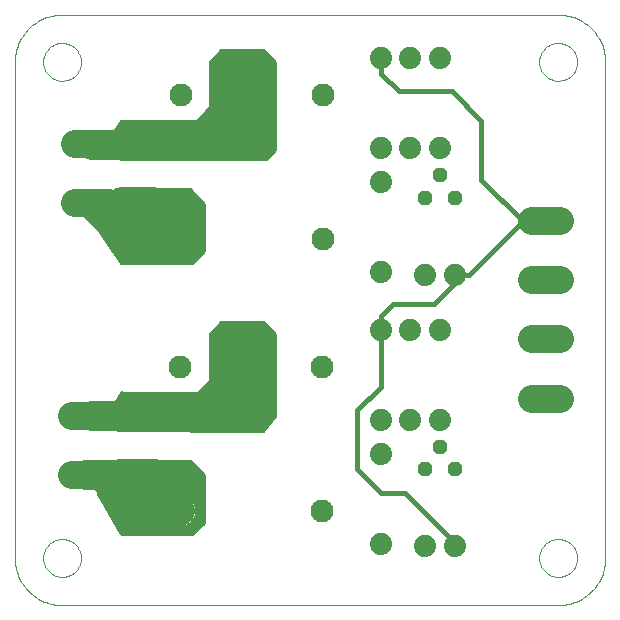
<source format=gbl>
G75*
G70*
%OFA0B0*%
%FSLAX24Y24*%
%IPPOS*%
%LPD*%
%AMOC8*
5,1,8,0,0,1.08239X$1,22.5*
%
%ADD10C,0.0740*%
%ADD11C,0.0937*%
%ADD12OC8,0.0480*%
%ADD13C,0.0768*%
%ADD14C,0.0000*%
%ADD15C,0.0860*%
%ADD16C,0.1500*%
%ADD17C,0.0100*%
%ADD18C,0.1000*%
%ADD19C,0.0160*%
%ADD20C,0.1181*%
D10*
X017817Y005459D03*
X019285Y005384D03*
X020285Y005384D03*
X017817Y008459D03*
X017817Y009593D03*
X018801Y009593D03*
X019785Y009593D03*
X019785Y012593D03*
X018801Y012593D03*
X017817Y012593D03*
X017817Y014514D03*
X019285Y014439D03*
X020285Y014439D03*
X017817Y017514D03*
X017817Y018648D03*
X018801Y018648D03*
X019785Y018648D03*
X019785Y021648D03*
X018801Y021648D03*
X017817Y021648D03*
D11*
X022840Y016211D02*
X023777Y016211D01*
X023777Y014242D02*
X022840Y014242D01*
X022840Y012274D02*
X023777Y012274D01*
X023777Y010305D02*
X022840Y010305D01*
X008561Y016809D02*
X007624Y016809D01*
X007624Y018778D02*
X008561Y018778D01*
X008462Y009715D02*
X007525Y009715D01*
X007525Y007746D02*
X008462Y007746D01*
D12*
X019285Y007943D03*
X019785Y008693D03*
X020285Y007943D03*
X020285Y016998D03*
X019785Y017748D03*
X019285Y016998D03*
D13*
X015887Y015616D03*
X013486Y012156D03*
X015848Y011368D03*
X011163Y015616D03*
X011124Y011368D03*
X011124Y006565D03*
X015848Y006565D03*
X015887Y020420D03*
X013525Y021207D03*
X011163Y020420D03*
D14*
X005612Y021526D02*
X005612Y004990D01*
X006557Y004990D02*
X006559Y005040D01*
X006565Y005090D01*
X006575Y005139D01*
X006589Y005187D01*
X006606Y005234D01*
X006627Y005279D01*
X006652Y005323D01*
X006680Y005364D01*
X006712Y005403D01*
X006746Y005440D01*
X006783Y005474D01*
X006823Y005504D01*
X006865Y005531D01*
X006909Y005555D01*
X006955Y005576D01*
X007002Y005592D01*
X007050Y005605D01*
X007100Y005614D01*
X007149Y005619D01*
X007200Y005620D01*
X007250Y005617D01*
X007299Y005610D01*
X007348Y005599D01*
X007396Y005584D01*
X007442Y005566D01*
X007487Y005544D01*
X007530Y005518D01*
X007571Y005489D01*
X007610Y005457D01*
X007646Y005422D01*
X007678Y005384D01*
X007708Y005344D01*
X007735Y005301D01*
X007758Y005257D01*
X007777Y005211D01*
X007793Y005163D01*
X007805Y005114D01*
X007813Y005065D01*
X007817Y005015D01*
X007817Y004965D01*
X007813Y004915D01*
X007805Y004866D01*
X007793Y004817D01*
X007777Y004769D01*
X007758Y004723D01*
X007735Y004679D01*
X007708Y004636D01*
X007678Y004596D01*
X007646Y004558D01*
X007610Y004523D01*
X007571Y004491D01*
X007530Y004462D01*
X007487Y004436D01*
X007442Y004414D01*
X007396Y004396D01*
X007348Y004381D01*
X007299Y004370D01*
X007250Y004363D01*
X007200Y004360D01*
X007149Y004361D01*
X007100Y004366D01*
X007050Y004375D01*
X007002Y004388D01*
X006955Y004404D01*
X006909Y004425D01*
X006865Y004449D01*
X006823Y004476D01*
X006783Y004506D01*
X006746Y004540D01*
X006712Y004577D01*
X006680Y004616D01*
X006652Y004657D01*
X006627Y004701D01*
X006606Y004746D01*
X006589Y004793D01*
X006575Y004841D01*
X006565Y004890D01*
X006559Y004940D01*
X006557Y004990D01*
X005612Y004990D02*
X005614Y004913D01*
X005620Y004836D01*
X005629Y004759D01*
X005642Y004683D01*
X005659Y004607D01*
X005680Y004533D01*
X005704Y004459D01*
X005732Y004387D01*
X005763Y004317D01*
X005798Y004248D01*
X005836Y004180D01*
X005877Y004115D01*
X005922Y004052D01*
X005970Y003991D01*
X006020Y003932D01*
X006073Y003876D01*
X006129Y003823D01*
X006188Y003773D01*
X006249Y003725D01*
X006312Y003680D01*
X006377Y003639D01*
X006445Y003601D01*
X006514Y003566D01*
X006584Y003535D01*
X006656Y003507D01*
X006730Y003483D01*
X006804Y003462D01*
X006880Y003445D01*
X006956Y003432D01*
X007033Y003423D01*
X007110Y003417D01*
X007187Y003415D01*
X007187Y003416D02*
X023722Y003416D01*
X023092Y004990D02*
X023094Y005040D01*
X023100Y005090D01*
X023110Y005139D01*
X023124Y005187D01*
X023141Y005234D01*
X023162Y005279D01*
X023187Y005323D01*
X023215Y005364D01*
X023247Y005403D01*
X023281Y005440D01*
X023318Y005474D01*
X023358Y005504D01*
X023400Y005531D01*
X023444Y005555D01*
X023490Y005576D01*
X023537Y005592D01*
X023585Y005605D01*
X023635Y005614D01*
X023684Y005619D01*
X023735Y005620D01*
X023785Y005617D01*
X023834Y005610D01*
X023883Y005599D01*
X023931Y005584D01*
X023977Y005566D01*
X024022Y005544D01*
X024065Y005518D01*
X024106Y005489D01*
X024145Y005457D01*
X024181Y005422D01*
X024213Y005384D01*
X024243Y005344D01*
X024270Y005301D01*
X024293Y005257D01*
X024312Y005211D01*
X024328Y005163D01*
X024340Y005114D01*
X024348Y005065D01*
X024352Y005015D01*
X024352Y004965D01*
X024348Y004915D01*
X024340Y004866D01*
X024328Y004817D01*
X024312Y004769D01*
X024293Y004723D01*
X024270Y004679D01*
X024243Y004636D01*
X024213Y004596D01*
X024181Y004558D01*
X024145Y004523D01*
X024106Y004491D01*
X024065Y004462D01*
X024022Y004436D01*
X023977Y004414D01*
X023931Y004396D01*
X023883Y004381D01*
X023834Y004370D01*
X023785Y004363D01*
X023735Y004360D01*
X023684Y004361D01*
X023635Y004366D01*
X023585Y004375D01*
X023537Y004388D01*
X023490Y004404D01*
X023444Y004425D01*
X023400Y004449D01*
X023358Y004476D01*
X023318Y004506D01*
X023281Y004540D01*
X023247Y004577D01*
X023215Y004616D01*
X023187Y004657D01*
X023162Y004701D01*
X023141Y004746D01*
X023124Y004793D01*
X023110Y004841D01*
X023100Y004890D01*
X023094Y004940D01*
X023092Y004990D01*
X023722Y003415D02*
X023799Y003417D01*
X023876Y003423D01*
X023953Y003432D01*
X024029Y003445D01*
X024105Y003462D01*
X024179Y003483D01*
X024253Y003507D01*
X024325Y003535D01*
X024395Y003566D01*
X024464Y003601D01*
X024532Y003639D01*
X024597Y003680D01*
X024660Y003725D01*
X024721Y003773D01*
X024780Y003823D01*
X024836Y003876D01*
X024889Y003932D01*
X024939Y003991D01*
X024987Y004052D01*
X025032Y004115D01*
X025073Y004180D01*
X025111Y004248D01*
X025146Y004317D01*
X025177Y004387D01*
X025205Y004459D01*
X025229Y004533D01*
X025250Y004607D01*
X025267Y004683D01*
X025280Y004759D01*
X025289Y004836D01*
X025295Y004913D01*
X025297Y004990D01*
X025297Y021526D01*
X023092Y021526D02*
X023094Y021576D01*
X023100Y021626D01*
X023110Y021675D01*
X023124Y021723D01*
X023141Y021770D01*
X023162Y021815D01*
X023187Y021859D01*
X023215Y021900D01*
X023247Y021939D01*
X023281Y021976D01*
X023318Y022010D01*
X023358Y022040D01*
X023400Y022067D01*
X023444Y022091D01*
X023490Y022112D01*
X023537Y022128D01*
X023585Y022141D01*
X023635Y022150D01*
X023684Y022155D01*
X023735Y022156D01*
X023785Y022153D01*
X023834Y022146D01*
X023883Y022135D01*
X023931Y022120D01*
X023977Y022102D01*
X024022Y022080D01*
X024065Y022054D01*
X024106Y022025D01*
X024145Y021993D01*
X024181Y021958D01*
X024213Y021920D01*
X024243Y021880D01*
X024270Y021837D01*
X024293Y021793D01*
X024312Y021747D01*
X024328Y021699D01*
X024340Y021650D01*
X024348Y021601D01*
X024352Y021551D01*
X024352Y021501D01*
X024348Y021451D01*
X024340Y021402D01*
X024328Y021353D01*
X024312Y021305D01*
X024293Y021259D01*
X024270Y021215D01*
X024243Y021172D01*
X024213Y021132D01*
X024181Y021094D01*
X024145Y021059D01*
X024106Y021027D01*
X024065Y020998D01*
X024022Y020972D01*
X023977Y020950D01*
X023931Y020932D01*
X023883Y020917D01*
X023834Y020906D01*
X023785Y020899D01*
X023735Y020896D01*
X023684Y020897D01*
X023635Y020902D01*
X023585Y020911D01*
X023537Y020924D01*
X023490Y020940D01*
X023444Y020961D01*
X023400Y020985D01*
X023358Y021012D01*
X023318Y021042D01*
X023281Y021076D01*
X023247Y021113D01*
X023215Y021152D01*
X023187Y021193D01*
X023162Y021237D01*
X023141Y021282D01*
X023124Y021329D01*
X023110Y021377D01*
X023100Y021426D01*
X023094Y021476D01*
X023092Y021526D01*
X023722Y023101D02*
X023799Y023099D01*
X023876Y023093D01*
X023953Y023084D01*
X024029Y023071D01*
X024105Y023054D01*
X024179Y023033D01*
X024253Y023009D01*
X024325Y022981D01*
X024395Y022950D01*
X024464Y022915D01*
X024532Y022877D01*
X024597Y022836D01*
X024660Y022791D01*
X024721Y022743D01*
X024780Y022693D01*
X024836Y022640D01*
X024889Y022584D01*
X024939Y022525D01*
X024987Y022464D01*
X025032Y022401D01*
X025073Y022336D01*
X025111Y022268D01*
X025146Y022199D01*
X025177Y022129D01*
X025205Y022057D01*
X025229Y021983D01*
X025250Y021909D01*
X025267Y021833D01*
X025280Y021757D01*
X025289Y021680D01*
X025295Y021603D01*
X025297Y021526D01*
X023722Y023101D02*
X007187Y023101D01*
X006557Y021526D02*
X006559Y021576D01*
X006565Y021626D01*
X006575Y021675D01*
X006589Y021723D01*
X006606Y021770D01*
X006627Y021815D01*
X006652Y021859D01*
X006680Y021900D01*
X006712Y021939D01*
X006746Y021976D01*
X006783Y022010D01*
X006823Y022040D01*
X006865Y022067D01*
X006909Y022091D01*
X006955Y022112D01*
X007002Y022128D01*
X007050Y022141D01*
X007100Y022150D01*
X007149Y022155D01*
X007200Y022156D01*
X007250Y022153D01*
X007299Y022146D01*
X007348Y022135D01*
X007396Y022120D01*
X007442Y022102D01*
X007487Y022080D01*
X007530Y022054D01*
X007571Y022025D01*
X007610Y021993D01*
X007646Y021958D01*
X007678Y021920D01*
X007708Y021880D01*
X007735Y021837D01*
X007758Y021793D01*
X007777Y021747D01*
X007793Y021699D01*
X007805Y021650D01*
X007813Y021601D01*
X007817Y021551D01*
X007817Y021501D01*
X007813Y021451D01*
X007805Y021402D01*
X007793Y021353D01*
X007777Y021305D01*
X007758Y021259D01*
X007735Y021215D01*
X007708Y021172D01*
X007678Y021132D01*
X007646Y021094D01*
X007610Y021059D01*
X007571Y021027D01*
X007530Y020998D01*
X007487Y020972D01*
X007442Y020950D01*
X007396Y020932D01*
X007348Y020917D01*
X007299Y020906D01*
X007250Y020899D01*
X007200Y020896D01*
X007149Y020897D01*
X007100Y020902D01*
X007050Y020911D01*
X007002Y020924D01*
X006955Y020940D01*
X006909Y020961D01*
X006865Y020985D01*
X006823Y021012D01*
X006783Y021042D01*
X006746Y021076D01*
X006712Y021113D01*
X006680Y021152D01*
X006652Y021193D01*
X006627Y021237D01*
X006606Y021282D01*
X006589Y021329D01*
X006575Y021377D01*
X006565Y021426D01*
X006559Y021476D01*
X006557Y021526D01*
X005612Y021526D02*
X005614Y021603D01*
X005620Y021680D01*
X005629Y021757D01*
X005642Y021833D01*
X005659Y021909D01*
X005680Y021983D01*
X005704Y022057D01*
X005732Y022129D01*
X005763Y022199D01*
X005798Y022268D01*
X005836Y022336D01*
X005877Y022401D01*
X005922Y022464D01*
X005970Y022525D01*
X006020Y022584D01*
X006073Y022640D01*
X006129Y022693D01*
X006188Y022743D01*
X006249Y022791D01*
X006312Y022836D01*
X006377Y022877D01*
X006445Y022915D01*
X006514Y022950D01*
X006584Y022981D01*
X006656Y023009D01*
X006730Y023033D01*
X006804Y023054D01*
X006880Y023071D01*
X006956Y023084D01*
X007033Y023093D01*
X007110Y023099D01*
X007187Y023101D01*
D15*
X013483Y021146D02*
X013517Y020949D01*
X010102Y016833D02*
X011155Y015652D01*
D16*
X013506Y020683D02*
X013506Y021183D01*
X013309Y021077D02*
X013309Y020986D01*
D17*
X013475Y020949D02*
X013575Y020949D01*
X013575Y021047D02*
X013475Y021047D01*
X013475Y021146D02*
X013575Y021146D01*
X013575Y021157D02*
X013575Y020674D01*
X013650Y020686D01*
X013730Y020712D01*
X013805Y020750D01*
X013873Y020800D01*
X013932Y020859D01*
X013982Y020927D01*
X014020Y021002D01*
X014046Y021082D01*
X014058Y021157D01*
X013575Y021157D01*
X013475Y021157D01*
X012993Y021157D01*
X013004Y021082D01*
X013030Y021002D01*
X013069Y020927D01*
X013118Y020859D01*
X013177Y020800D01*
X013245Y020750D01*
X013320Y020712D01*
X013400Y020686D01*
X013475Y020674D01*
X013475Y021157D01*
X013475Y021257D01*
X012993Y021257D01*
X013004Y021332D01*
X013030Y021412D01*
X013069Y021487D01*
X013118Y021555D01*
X013177Y021614D01*
X013245Y021664D01*
X013320Y021702D01*
X013400Y021728D01*
X013475Y021740D01*
X013475Y021257D01*
X013575Y021257D01*
X013575Y021740D01*
X013650Y021728D01*
X013730Y021702D01*
X013805Y021664D01*
X013873Y021614D01*
X013932Y021555D01*
X013982Y021487D01*
X014020Y021412D01*
X014046Y021332D01*
X014058Y021257D01*
X013575Y021257D01*
X013575Y021157D01*
X013575Y021244D02*
X014273Y021244D01*
X014273Y021146D02*
X014056Y021146D01*
X014035Y021047D02*
X014273Y021047D01*
X014273Y020949D02*
X013993Y020949D01*
X013923Y020850D02*
X014273Y020850D01*
X014273Y020752D02*
X013807Y020752D01*
X013575Y020752D02*
X013475Y020752D01*
X013475Y020850D02*
X013575Y020850D01*
X013244Y020752D02*
X012108Y020752D01*
X012108Y020850D02*
X013127Y020850D01*
X013058Y020949D02*
X012108Y020949D01*
X012108Y021047D02*
X013016Y021047D01*
X012994Y021146D02*
X012108Y021146D01*
X012108Y021244D02*
X013475Y021244D01*
X013475Y021343D02*
X013575Y021343D01*
X013575Y021441D02*
X013475Y021441D01*
X013475Y021540D02*
X013575Y021540D01*
X013575Y021638D02*
X013475Y021638D01*
X013475Y021737D02*
X013575Y021737D01*
X013593Y021737D02*
X014062Y021737D01*
X013964Y021835D02*
X012417Y021835D01*
X012502Y021920D02*
X012108Y021526D01*
X012108Y019951D01*
X011714Y019557D01*
X009194Y019557D01*
X009185Y019561D01*
X009175Y019563D01*
X009165Y019561D01*
X009155Y019557D01*
X008964Y019249D01*
X009032Y019181D01*
X009090Y019102D01*
X009134Y019015D01*
X009164Y018923D01*
X009179Y018828D01*
X008704Y018828D01*
X008661Y018758D01*
X008685Y018728D01*
X009179Y018728D01*
X009164Y018633D01*
X009134Y018540D01*
X009090Y018454D01*
X009032Y018375D01*
X009009Y018351D01*
X009155Y018278D01*
X013978Y018278D01*
X014273Y018573D01*
X014273Y021526D01*
X013880Y021920D01*
X012502Y021920D01*
X012319Y021737D02*
X013457Y021737D01*
X013210Y021638D02*
X012220Y021638D01*
X012122Y021540D02*
X013107Y021540D01*
X013045Y021441D02*
X012108Y021441D01*
X012108Y021343D02*
X013008Y021343D01*
X013840Y021638D02*
X014161Y021638D01*
X014259Y021540D02*
X013943Y021540D01*
X014005Y021441D02*
X014273Y021441D01*
X014273Y021343D02*
X014042Y021343D01*
X014273Y020653D02*
X012108Y020653D01*
X012108Y020555D02*
X014273Y020555D01*
X014273Y020456D02*
X012108Y020456D01*
X012108Y020358D02*
X014273Y020358D01*
X014273Y020259D02*
X012108Y020259D01*
X012108Y020161D02*
X014273Y020161D01*
X014273Y020062D02*
X012108Y020062D01*
X012108Y019964D02*
X014273Y019964D01*
X014273Y019865D02*
X012022Y019865D01*
X011923Y019767D02*
X014273Y019767D01*
X014273Y019668D02*
X011825Y019668D01*
X011726Y019570D02*
X014273Y019570D01*
X014273Y019471D02*
X009102Y019471D01*
X009041Y019373D02*
X014273Y019373D01*
X014273Y019274D02*
X008980Y019274D01*
X009036Y019176D02*
X014273Y019176D01*
X014273Y019077D02*
X009102Y019077D01*
X009146Y018979D02*
X014273Y018979D01*
X014273Y018880D02*
X009171Y018880D01*
X009172Y018683D02*
X014273Y018683D01*
X014273Y018585D02*
X009148Y018585D01*
X009106Y018486D02*
X014186Y018486D01*
X014088Y018388D02*
X009042Y018388D01*
X009132Y018289D02*
X013989Y018289D01*
X014273Y018782D02*
X008676Y018782D01*
X008958Y017285D02*
X009175Y017313D01*
X011446Y017283D01*
X011911Y016801D01*
X011911Y015227D01*
X011517Y014833D01*
X009155Y014833D01*
X008209Y016191D01*
X008609Y016191D01*
X008705Y016206D01*
X008798Y016236D01*
X008885Y016280D01*
X008964Y016338D01*
X009032Y016406D01*
X009090Y016485D01*
X009134Y016572D01*
X009164Y016664D01*
X009179Y016759D01*
X008142Y016759D01*
X008142Y016859D01*
X009179Y016859D01*
X009164Y016954D01*
X009134Y017047D01*
X009090Y017133D01*
X009032Y017212D01*
X008964Y017281D01*
X008958Y017285D01*
X009037Y017206D02*
X011521Y017206D01*
X011616Y017107D02*
X009103Y017107D01*
X009146Y017009D02*
X011711Y017009D01*
X011806Y016910D02*
X009171Y016910D01*
X009172Y016713D02*
X011911Y016713D01*
X011911Y016615D02*
X009148Y016615D01*
X009105Y016516D02*
X011911Y016516D01*
X011911Y016418D02*
X009041Y016418D01*
X008938Y016319D02*
X011911Y016319D01*
X011911Y016221D02*
X008750Y016221D01*
X008326Y016024D02*
X010815Y016024D01*
X010756Y015964D01*
X010706Y015896D01*
X010668Y015821D01*
X010642Y015741D01*
X010630Y015666D01*
X011113Y015666D01*
X011113Y015566D01*
X011213Y015566D01*
X011213Y015084D01*
X011288Y015096D01*
X011368Y015122D01*
X011443Y015160D01*
X011511Y015209D01*
X011570Y015269D01*
X011620Y015337D01*
X011658Y015411D01*
X011684Y015491D01*
X011696Y015566D01*
X011213Y015566D01*
X011213Y015666D01*
X011696Y015666D01*
X011684Y015741D01*
X011658Y015821D01*
X011620Y015896D01*
X011570Y015964D01*
X011511Y016024D01*
X011911Y016024D01*
X011911Y016122D02*
X011334Y016122D01*
X011368Y016111D02*
X011288Y016137D01*
X011213Y016149D01*
X011213Y015666D01*
X011113Y015666D01*
X011113Y016149D01*
X011038Y016137D01*
X010958Y016111D01*
X010883Y016073D01*
X010815Y016024D01*
X010727Y015925D02*
X008394Y015925D01*
X008463Y015827D02*
X010671Y015827D01*
X010640Y015728D02*
X008532Y015728D01*
X008600Y015630D02*
X011113Y015630D01*
X011113Y015566D02*
X010630Y015566D01*
X010642Y015491D01*
X010668Y015411D01*
X010706Y015337D01*
X010756Y015269D01*
X010815Y015209D01*
X010883Y015160D01*
X010958Y015122D01*
X011038Y015096D01*
X011113Y015084D01*
X011113Y015566D01*
X011113Y015531D02*
X011213Y015531D01*
X011213Y015433D02*
X011113Y015433D01*
X011113Y015334D02*
X011213Y015334D01*
X011213Y015236D02*
X011113Y015236D01*
X011113Y015137D02*
X011213Y015137D01*
X011398Y015137D02*
X011822Y015137D01*
X011911Y015236D02*
X011537Y015236D01*
X011618Y015334D02*
X011911Y015334D01*
X011911Y015433D02*
X011665Y015433D01*
X011690Y015531D02*
X011911Y015531D01*
X011911Y015630D02*
X011213Y015630D01*
X011213Y015728D02*
X011113Y015728D01*
X011113Y015827D02*
X011213Y015827D01*
X011213Y015925D02*
X011113Y015925D01*
X011113Y016024D02*
X011213Y016024D01*
X011213Y016122D02*
X011113Y016122D01*
X010992Y016122D02*
X008257Y016122D01*
X008669Y015531D02*
X010636Y015531D01*
X010661Y015433D02*
X008737Y015433D01*
X008806Y015334D02*
X010708Y015334D01*
X010789Y015236D02*
X008875Y015236D01*
X008943Y015137D02*
X010928Y015137D01*
X011526Y014842D02*
X009149Y014842D01*
X009080Y014940D02*
X011625Y014940D01*
X011723Y015039D02*
X009012Y015039D01*
X008142Y016812D02*
X011901Y016812D01*
X011443Y016073D02*
X011368Y016111D01*
X011443Y016073D02*
X011511Y016024D01*
X011599Y015925D02*
X011911Y015925D01*
X011911Y015827D02*
X011655Y015827D01*
X011686Y015728D02*
X011911Y015728D01*
X009866Y017304D02*
X009104Y017304D01*
X012502Y012864D02*
X013880Y012864D01*
X014273Y012471D01*
X014273Y009715D01*
X013880Y009223D01*
X009059Y009253D01*
X008967Y009357D01*
X008991Y009391D01*
X009035Y009477D01*
X009065Y009570D01*
X009080Y009665D01*
X008695Y009665D01*
X008661Y009703D01*
X008700Y009765D01*
X009080Y009765D01*
X009065Y009860D01*
X009035Y009952D01*
X008991Y010039D01*
X008934Y010118D01*
X008924Y010128D01*
X009155Y010502D01*
X009168Y010507D01*
X009182Y010507D01*
X009194Y010502D01*
X011714Y010502D01*
X012108Y010896D01*
X012108Y012471D01*
X012502Y012864D01*
X012410Y012773D02*
X013971Y012773D01*
X014069Y012675D02*
X013617Y012675D01*
X013611Y012676D02*
X013536Y012688D01*
X013536Y012206D01*
X013436Y012206D01*
X013436Y012688D01*
X013361Y012676D01*
X013281Y012651D01*
X013206Y012612D01*
X013138Y012563D01*
X013079Y012504D01*
X013029Y012436D01*
X012991Y012361D01*
X012965Y012281D01*
X012953Y012206D01*
X013436Y012206D01*
X013436Y012106D01*
X012953Y012106D01*
X012965Y012031D01*
X012991Y011951D01*
X013029Y011876D01*
X013079Y011808D01*
X013138Y011749D01*
X013206Y011699D01*
X013281Y011661D01*
X013361Y011635D01*
X013436Y011623D01*
X013436Y012106D01*
X013536Y012106D01*
X013536Y012206D01*
X014018Y012206D01*
X014007Y012281D01*
X013981Y012361D01*
X013942Y012436D01*
X013893Y012504D01*
X013834Y012563D01*
X013766Y012612D01*
X013691Y012651D01*
X013611Y012676D01*
X013536Y012675D02*
X013436Y012675D01*
X013355Y012675D02*
X012312Y012675D01*
X012213Y012576D02*
X013156Y012576D01*
X013060Y012478D02*
X012115Y012478D01*
X012108Y012379D02*
X013000Y012379D01*
X012965Y012281D02*
X012108Y012281D01*
X012108Y012182D02*
X013436Y012182D01*
X013436Y012084D02*
X013536Y012084D01*
X013536Y012106D02*
X013536Y011623D01*
X013611Y011635D01*
X013691Y011661D01*
X013766Y011699D01*
X013834Y011749D01*
X013893Y011808D01*
X013942Y011876D01*
X013981Y011951D01*
X014007Y012031D01*
X014018Y012106D01*
X013536Y012106D01*
X013536Y012182D02*
X014273Y012182D01*
X014273Y012084D02*
X014015Y012084D01*
X013992Y011985D02*
X014273Y011985D01*
X014273Y011887D02*
X013948Y011887D01*
X013873Y011788D02*
X014273Y011788D01*
X014273Y011690D02*
X013747Y011690D01*
X013536Y011690D02*
X013436Y011690D01*
X013436Y011788D02*
X013536Y011788D01*
X013536Y011887D02*
X013436Y011887D01*
X013436Y011985D02*
X013536Y011985D01*
X013536Y012281D02*
X013436Y012281D01*
X013436Y012379D02*
X013536Y012379D01*
X013536Y012478D02*
X013436Y012478D01*
X013436Y012576D02*
X013536Y012576D01*
X013815Y012576D02*
X014168Y012576D01*
X014266Y012478D02*
X013912Y012478D01*
X013971Y012379D02*
X014273Y012379D01*
X014273Y012281D02*
X014007Y012281D01*
X014273Y011591D02*
X012108Y011591D01*
X012108Y011493D02*
X014273Y011493D01*
X014273Y011394D02*
X012108Y011394D01*
X012108Y011296D02*
X014273Y011296D01*
X014273Y011197D02*
X012108Y011197D01*
X012108Y011099D02*
X014273Y011099D01*
X014273Y011000D02*
X012108Y011000D01*
X012108Y010902D02*
X014273Y010902D01*
X014273Y010803D02*
X012015Y010803D01*
X011917Y010705D02*
X014273Y010705D01*
X014273Y010606D02*
X011818Y010606D01*
X011720Y010508D02*
X014273Y010508D01*
X014273Y010409D02*
X009098Y010409D01*
X009037Y010311D02*
X014273Y010311D01*
X014273Y010212D02*
X008976Y010212D01*
X008937Y010114D02*
X014273Y010114D01*
X014273Y010015D02*
X009003Y010015D01*
X009047Y009917D02*
X014273Y009917D01*
X014273Y009818D02*
X009072Y009818D01*
X009074Y009621D02*
X014198Y009621D01*
X014273Y009720D02*
X008672Y009720D01*
X009050Y009523D02*
X014119Y009523D01*
X014041Y009424D02*
X009008Y009424D01*
X008995Y009326D02*
X013962Y009326D01*
X013883Y009227D02*
X013175Y009227D01*
X011813Y007848D02*
X009072Y007848D01*
X009065Y007891D02*
X009035Y007984D01*
X008991Y008070D01*
X008934Y008149D01*
X008892Y008191D01*
X009076Y008258D01*
X011446Y008228D01*
X011911Y007746D01*
X011911Y006172D01*
X011517Y005778D01*
X009155Y005778D01*
X008382Y007128D01*
X008511Y007128D01*
X008607Y007143D01*
X008700Y007173D01*
X008786Y007217D01*
X008865Y007275D01*
X008934Y007343D01*
X008991Y007422D01*
X009035Y007509D01*
X009065Y007601D01*
X009080Y007696D01*
X008056Y007696D01*
X008044Y007718D01*
X008044Y007796D01*
X009080Y007796D01*
X009065Y007891D01*
X009047Y007947D02*
X011718Y007947D01*
X011623Y008045D02*
X009004Y008045D01*
X008938Y008144D02*
X011528Y008144D01*
X011908Y007750D02*
X008044Y007750D01*
X008420Y007060D02*
X010919Y007060D01*
X010844Y007022D01*
X010776Y006972D01*
X010716Y006913D01*
X010667Y006845D01*
X010629Y006770D01*
X010603Y006690D01*
X010591Y006615D01*
X011074Y006615D01*
X011074Y007098D01*
X010999Y007086D01*
X010919Y007060D01*
X011074Y007060D02*
X011174Y007060D01*
X011174Y007098D02*
X011174Y006615D01*
X011656Y006615D01*
X011644Y006690D01*
X011618Y006770D01*
X011580Y006845D01*
X011531Y006913D01*
X011471Y006972D01*
X011403Y007022D01*
X011329Y007060D01*
X011249Y007086D01*
X011174Y007098D01*
X011174Y006962D02*
X011074Y006962D01*
X011074Y006863D02*
X011174Y006863D01*
X011174Y006765D02*
X011074Y006765D01*
X011074Y006666D02*
X011174Y006666D01*
X011174Y006615D02*
X011074Y006615D01*
X011074Y006515D01*
X011174Y006515D01*
X011174Y006615D01*
X011174Y006568D02*
X011911Y006568D01*
X011911Y006666D02*
X011648Y006666D01*
X011620Y006765D02*
X011911Y006765D01*
X011911Y006863D02*
X011567Y006863D01*
X011482Y006962D02*
X011911Y006962D01*
X011911Y007060D02*
X011328Y007060D01*
X011074Y006568D02*
X008703Y006568D01*
X008646Y006666D02*
X010599Y006666D01*
X010627Y006765D02*
X008590Y006765D01*
X008533Y006863D02*
X010680Y006863D01*
X010765Y006962D02*
X008477Y006962D01*
X008655Y007159D02*
X011911Y007159D01*
X011911Y007257D02*
X008841Y007257D01*
X008943Y007356D02*
X011911Y007356D01*
X011911Y007454D02*
X009007Y007454D01*
X009050Y007553D02*
X011911Y007553D01*
X011911Y007651D02*
X009073Y007651D01*
X009032Y008242D02*
X010344Y008242D01*
X010591Y006515D02*
X010603Y006440D01*
X010629Y006360D01*
X010667Y006285D01*
X010716Y006217D01*
X010776Y006158D01*
X010844Y006109D01*
X010919Y006070D01*
X010999Y006045D01*
X011074Y006033D01*
X011074Y006515D01*
X010591Y006515D01*
X010598Y006469D02*
X008759Y006469D01*
X008815Y006371D02*
X010626Y006371D01*
X010677Y006272D02*
X008872Y006272D01*
X008928Y006174D02*
X010760Y006174D01*
X010910Y006075D02*
X008985Y006075D01*
X009041Y005977D02*
X011716Y005977D01*
X011815Y006075D02*
X011338Y006075D01*
X011329Y006070D02*
X011403Y006109D01*
X011471Y006158D01*
X011531Y006217D01*
X011580Y006285D01*
X011618Y006360D01*
X011644Y006440D01*
X011656Y006515D01*
X011174Y006515D01*
X011174Y006033D01*
X011249Y006045D01*
X011329Y006070D01*
X011174Y006075D02*
X011074Y006075D01*
X011074Y006174D02*
X011174Y006174D01*
X011174Y006272D02*
X011074Y006272D01*
X011074Y006371D02*
X011174Y006371D01*
X011174Y006469D02*
X011074Y006469D01*
X011487Y006174D02*
X011911Y006174D01*
X011911Y006272D02*
X011571Y006272D01*
X011622Y006371D02*
X011911Y006371D01*
X011911Y006469D02*
X011649Y006469D01*
X011618Y005878D02*
X009098Y005878D01*
X009154Y005780D02*
X011519Y005780D01*
X012108Y011690D02*
X013225Y011690D01*
X013098Y011788D02*
X012108Y011788D01*
X012108Y011887D02*
X013024Y011887D01*
X012980Y011985D02*
X012108Y011985D01*
X012108Y012084D02*
X012957Y012084D01*
D18*
X010533Y009715D02*
X008171Y009715D01*
X007974Y007746D02*
X009943Y007746D01*
X008565Y007746D01*
X008958Y007156D01*
X009155Y007156D01*
X011124Y006565D01*
X011352Y015583D02*
X010102Y016833D01*
X009943Y016801D02*
X011124Y015620D01*
X009943Y016801D02*
X009549Y016801D01*
X008958Y016211D01*
X008761Y016211D02*
X008761Y016801D01*
X008958Y016014D01*
X008958Y016013D02*
X008958Y016014D02*
X008947Y016037D01*
X008939Y016061D01*
X008934Y016086D01*
X008932Y016112D01*
X008934Y016138D01*
X008939Y016163D01*
X008947Y016187D01*
X008958Y016211D01*
X008761Y016211D02*
X009155Y015817D01*
X008171Y016801D01*
X008171Y018770D02*
X010730Y018770D01*
X010927Y018770D01*
X012305Y018770D01*
D19*
X010927Y018770D02*
X010730Y018573D01*
X010927Y018770D02*
X013234Y021077D01*
X013309Y021077D01*
X017817Y021132D02*
X018407Y020542D01*
X020179Y020542D01*
X021163Y019557D01*
X021163Y017589D01*
X022541Y016211D01*
X023309Y016211D01*
X022541Y016211D02*
X020769Y014439D01*
X020285Y014439D01*
X020285Y014152D01*
X019588Y013455D01*
X018210Y013455D01*
X017817Y013061D01*
X017817Y012593D01*
X017817Y010699D01*
X017029Y009912D01*
X017029Y007943D01*
X017817Y007156D01*
X018604Y007156D01*
X020309Y005451D01*
X020285Y005384D01*
X017817Y021132D02*
X017817Y021648D01*
D20*
X013486Y012274D02*
X013486Y012077D01*
M02*

</source>
